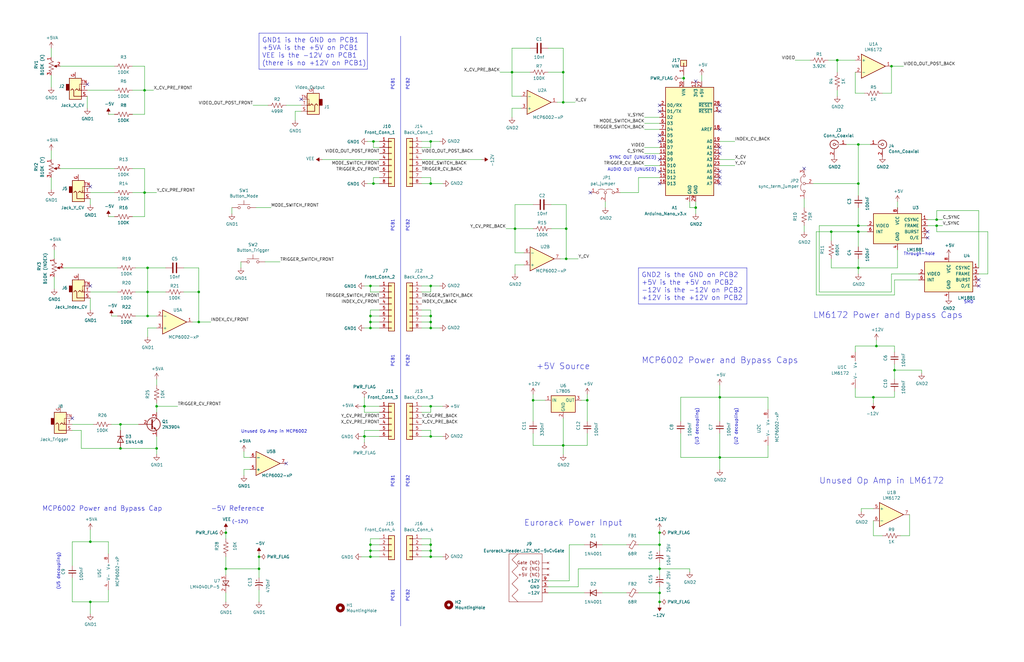
<source format=kicad_sch>
(kicad_sch (version 20230121) (generator eeschema)
  (paper "USLedger")
  (title_block (title "AVML: PCB1 & PCB2") (date "2022-10-22") (rev "v1.3") (company "LLAWN") (comment 1 "LLAWN.com"))
  (junction (at 62.23 133.35))
  (junction (at 181.61 59.69))
  (junction (at 62.23 113.03))
  (junction (at 247.65 168.91))
  (junction (at 361.95 77.47))
  (junction (at 361.95 113.03))
  (junction (at 38.1 228.6))
  (junction (at 368.3 167.64))
  (junction (at 238.76 109.22))
  (junction (at 181.61 234.95))
  (junction (at 50.8 189.23))
  (junction (at 156.21 138.43))
  (junction (at 361.95 95.25))
  (junction (at 181.61 171.45))
  (junction (at 181.61 133.35))
  (junction (at 215.9 30.48))
  (junction (at 157.48 77.47))
  (junction (at 156.21 133.35))
  (junction (at 60.96 38.1))
  (junction (at 278.13 224.79))
  (junction (at 109.22 240.03))
  (junction (at 278.13 250.19))
  (junction (at 156.21 234.95))
  (junction (at 62.23 123.19))
  (junction (at 181.61 138.43))
  (junction (at 278.13 240.03))
  (junction (at 157.48 59.69))
  (junction (at 156.21 135.89))
  (junction (at 156.21 120.65))
  (junction (at 181.61 120.65))
  (junction (at 361.95 60.96))
  (junction (at 237.49 30.48))
  (junction (at 224.79 168.91))
  (junction (at 181.61 77.47))
  (junction (at 95.25 224.79))
  (junction (at 50.8 179.07))
  (junction (at 153.67 184.15))
  (junction (at 38.1 254))
  (junction (at 353.06 25.4))
  (junction (at 361.95 97.79))
  (junction (at 156.21 229.87))
  (junction (at 66.04 189.23))
  (junction (at 238.76 96.52))
  (junction (at 83.82 123.19))
  (junction (at 156.21 232.41))
  (junction (at 217.17 96.52))
  (junction (at 237.49 43.18))
  (junction (at 181.61 184.15))
  (junction (at 303.53 193.04))
  (junction (at 109.22 234.95))
  (junction (at 95.25 240.03))
  (junction (at 278.13 254))
  (junction (at 60.96 81.28))
  (junction (at 181.61 232.41))
  (junction (at 237.49 187.96))
  (junction (at 303.53 167.64))
  (junction (at 66.04 171.45))
  (junction (at 375.92 27.94))
  (junction (at 153.67 171.45))
  (junction (at 394.97 92.71))
  (junction (at 377.19 156.21))
  (junction (at 278.13 229.87))
  (junction (at 181.61 135.89))
  (junction (at 293.37 87.63))
  (junction (at 369.57 146.05))
  (junction (at 394.97 95.25))
  (junction (at 181.61 229.87))
  (junction (at 83.82 135.89))
  (junction (at 350.52 97.79))
  (junction (at 288.29 33.02))
  (no_connect (at 303.53 72.39))
  (no_connect (at 391.16 97.79))
  (no_connect (at 278.13 77.47))
  (no_connect (at 248.92 81.28))
  (no_connect (at 303.53 62.23))
  (no_connect (at 293.37 34.29))
  (no_connect (at 391.16 100.33))
  (no_connect (at 303.53 64.77))
  (no_connect (at 339.09 71.12))
  (no_connect (at 303.53 54.61))
  (no_connect (at 36.83 35.56))
  (no_connect (at 30.48 176.53))
  (no_connect (at 278.13 67.31))
  (no_connect (at 412.75 118.11))
  (no_connect (at 278.13 59.69))
  (no_connect (at 412.75 120.65))
  (no_connect (at 278.13 44.45))
  (no_connect (at 127 41.91))
  (no_connect (at 303.53 46.99))
  (no_connect (at 303.53 44.45))
  (no_connect (at 303.53 77.47))
  (no_connect (at 278.13 57.15))
  (no_connect (at 278.13 72.39))
  (no_connect (at 303.53 74.93))
  (no_connect (at 278.13 46.99))
  (no_connect (at 38.1 78.74))
  (no_connect (at 38.1 120.65))
  (no_connect (at 120.65 195.58))
  (wire (pts (xy 177.8 173.99) (xy 181.61 173.99)))
  (wire (pts (xy 160.02 229.87) (xy 156.21 229.87)))
  (wire (pts (xy 345.44 95.25) (xy 361.95 95.25)))
  (wire (pts (xy 177.8 227.33) (xy 181.61 227.33)))
  (wire (pts (xy 38.1 254) (xy 38.1 259.08)))
  (wire (pts (xy 271.78 52.07) (xy 278.13 52.07)))
  (wire (pts (xy 38.1 223.52) (xy 38.1 228.6)))
  (wire (pts (xy 368.3 170.18) (xy 368.3 167.64)))
  (wire (pts (xy 50.8 189.23) (xy 66.04 189.23)))
  (wire (pts (xy 62.23 123.19) (xy 62.23 133.35)))
  (wire (pts (xy 237.49 43.18) (xy 242.57 43.18)))
  (wire (pts (xy 109.22 240.03) (xy 109.22 243.84)))
  (wire (pts (xy 377.19 156.21) (xy 388.62 156.21)))
  (wire (pts (xy 247.65 166.37) (xy 247.65 168.91)))
  (wire (pts (xy 391.16 92.71) (xy 394.97 92.71)))
  (wire (pts (xy 224.79 187.96) (xy 224.79 182.88)))
  (wire (pts (xy 238.76 86.36) (xy 238.76 96.52)))
  (wire (pts (xy 156.21 123.19) (xy 156.21 120.65)))
  (wire (pts (xy 120.65 44.45) (xy 127 44.45)))
  (wire (pts (xy 38.1 125.73) (xy 38.1 130.81)))
  (wire (pts (xy 309.88 59.69) (xy 303.53 59.69)))
  (wire (pts (xy 48.26 91.44) (xy 45.72 91.44)))
  (wire (pts (xy 160.02 135.89) (xy 156.21 135.89)))
  (wire (pts (xy 219.71 40.64) (xy 215.9 40.64)))
  (wire (pts (xy 372.11 39.37) (xy 375.92 39.37)))
  (wire (pts (xy 361.95 97.79) (xy 361.95 104.14)))
  (wire (pts (xy 223.52 20.32) (xy 215.9 20.32)))
  (wire (pts (xy 83.82 135.89) (xy 83.82 123.19)))
  (wire (pts (xy 237.49 191.77) (xy 237.49 187.96)))
  (wire (pts (xy 240.03 229.87) (xy 246.38 229.87)))
  (wire (pts (xy 247.65 182.88) (xy 247.65 187.96)))
  (wire (pts (xy 181.61 74.93) (xy 181.61 77.47)))
  (wire (pts (xy 369.57 143.51) (xy 369.57 146.05)))
  (wire (pts (xy 278.13 254) (xy 278.13 250.19)))
  (wire (pts (xy 287.02 167.64) (xy 303.53 167.64)))
  (wire (pts (xy 245.11 168.91) (xy 247.65 168.91)))
  (wire (pts (xy 62.23 113.03) (xy 57.15 113.03)))
  (wire (pts (xy 156.21 232.41) (xy 156.21 234.95)))
  (wire (pts (xy 153.67 167.64) (xy 153.67 171.45)))
  (wire (pts (xy 237.49 187.96) (xy 224.79 187.96)))
  (wire (pts (xy 21.59 67.31) (xy 21.59 63.5)))
  (wire (pts (xy 156.21 234.95) (xy 160.02 234.95)))
  (wire (pts (xy 215.9 30.48) (xy 210.82 30.48)))
  (wire (pts (xy 181.61 184.15) (xy 186.69 184.15)))
  (wire (pts (xy 240.03 245.11) (xy 240.03 229.87)))
  (wire (pts (xy 278.13 229.87) (xy 278.13 224.79)))
  (wire (pts (xy 156.21 133.35) (xy 156.21 135.89)))
  (wire (pts (xy 363.22 214.63) (xy 363.22 215.9)))
  (wire (pts (xy 349.25 25.4) (xy 353.06 25.4)))
  (wire (pts (xy 60.96 71.12) (xy 55.88 71.12)))
  (wire (pts (xy 288.29 33.02) (xy 288.29 34.29)))
  (wire (pts (xy 290.83 87.63) (xy 293.37 87.63)))
  (wire (pts (xy 181.61 133.35) (xy 181.61 135.89)))
  (wire (pts (xy 62.23 123.19) (xy 62.23 113.03)))
  (wire (pts (xy 278.13 240.03) (xy 278.13 237.49)))
  (polyline (pts (xy 314.96 113.03) (xy 314.96 128.27)))
  (wire (pts (xy 416.56 115.57) (xy 416.56 97.79)))
  (wire (pts (xy 135.89 67.31) (xy 160.02 67.31)))
  (wire (pts (xy 303.53 69.85) (xy 309.88 69.85)))
  (wire (pts (xy 62.23 133.35) (xy 66.04 133.35)))
  (wire (pts (xy 288.29 31.75) (xy 288.29 33.02)))
  (wire (pts (xy 160.02 227.33) (xy 156.21 227.33)))
  (wire (pts (xy 217.17 86.36) (xy 217.17 96.52)))
  (wire (pts (xy 181.61 232.41) (xy 181.61 234.95)))
  (wire (pts (xy 55.88 48.26) (xy 60.96 48.26)))
  (polyline (pts (xy 269.24 128.27) (xy 269.24 113.03)))
  (wire (pts (xy 49.53 113.03) (xy 26.67 113.03)))
  (wire (pts (xy 377.19 124.46) (xy 344.17 124.46)))
  (wire (pts (xy 237.49 43.18) (xy 237.49 30.48)))
  (wire (pts (xy 45.72 228.6) (xy 38.1 228.6)))
  (wire (pts (xy 177.8 229.87) (xy 181.61 229.87)))
  (wire (pts (xy 109.22 234.95) (xy 109.22 233.68)))
  (wire (pts (xy 152.4 184.15) (xy 153.67 184.15)))
  (wire (pts (xy 344.17 124.46) (xy 344.17 97.79)))
  (wire (pts (xy 153.67 181.61) (xy 153.67 184.15)))
  (wire (pts (xy 271.78 69.85) (xy 278.13 69.85)))
  (wire (pts (xy 57.15 133.35) (xy 62.23 133.35)))
  (wire (pts (xy 66.04 173.99) (xy 66.04 171.45)))
  (wire (pts (xy 255.27 87.63) (xy 255.27 85.09)))
  (wire (pts (xy 287.02 193.04) (xy 303.53 193.04)))
  (wire (pts (xy 238.76 96.52) (xy 232.41 96.52)))
  (wire (pts (xy 375.92 39.37) (xy 375.92 27.94)))
  (wire (pts (xy 177.8 130.81) (xy 181.61 130.81)))
  (wire (pts (xy 394.97 97.79) (xy 394.97 95.25)))
  (wire (pts (xy 377.19 148.59) (xy 377.19 146.05)))
  (wire (pts (xy 271.78 54.61) (xy 278.13 54.61)))
  (wire (pts (xy 97.79 90.17) (xy 97.79 87.63)))
  (wire (pts (xy 368.3 167.64) (xy 360.68 167.64)))
  (wire (pts (xy 375.92 123.19) (xy 345.44 123.19)))
  (wire (pts (xy 111.76 110.49) (xy 118.11 110.49)))
  (wire (pts (xy 95.25 242.57) (xy 95.25 240.03)))
  (wire (pts (xy 153.67 184.15) (xy 160.02 184.15)))
  (wire (pts (xy 48.26 48.26) (xy 45.72 48.26)))
  (wire (pts (xy 231.14 250.19) (xy 246.38 250.19)))
  (wire (pts (xy 342.9 77.47) (xy 361.95 77.47)))
  (wire (pts (xy 83.82 123.19) (xy 77.47 123.19)))
  (wire (pts (xy 181.61 173.99) (xy 181.61 171.45)))
  (wire (pts (xy 278.13 74.93) (xy 269.24 74.93)))
  (wire (pts (xy 66.04 189.23) (xy 66.04 184.15)))
  (wire (pts (xy 375.92 27.94) (xy 381 27.94)))
  (wire (pts (xy 377.19 146.05) (xy 369.57 146.05)))
  (wire (pts (xy 217.17 106.68) (xy 217.17 96.52)))
  (wire (pts (xy 375.92 115.57) (xy 375.92 123.19)))
  (wire (pts (xy 412.75 88.9) (xy 394.97 88.9)))
  (wire (pts (xy 152.4 171.45) (xy 153.67 171.45)))
  (wire (pts (xy 234.95 43.18) (xy 237.49 43.18)))
  (wire (pts (xy 66.04 160.02) (xy 66.04 162.56)))
  (wire (pts (xy 278.13 240.03) (xy 290.83 240.03)))
  (wire (pts (xy 38.1 254) (xy 45.72 254)))
  (wire (pts (xy 36.83 40.64) (xy 36.83 45.72)))
  (wire (pts (xy 156.21 135.89) (xy 156.21 138.43)))
  (wire (pts (xy 66.04 171.45) (xy 74.93 171.45)))
  (wire (pts (xy 412.75 115.57) (xy 416.56 115.57)))
  (wire (pts (xy 360.68 146.05) (xy 360.68 148.59)))
  (wire (pts (xy 278.13 229.87) (xy 269.24 229.87)))
  (wire (pts (xy 60.96 91.44) (xy 60.96 81.28)))
  (wire (pts (xy 278.13 64.77) (xy 271.78 64.77)))
  (wire (pts (xy 156.21 229.87) (xy 156.21 232.41)))
  (wire (pts (xy 101.6 113.03) (xy 101.6 110.49)))
  (wire (pts (xy 154.94 59.69) (xy 157.48 59.69)))
  (wire (pts (xy 353.06 25.4) (xy 353.06 30.48)))
  (wire (pts (xy 377.19 167.64) (xy 368.3 167.64)))
  (wire (pts (xy 55.88 91.44) (xy 60.96 91.44)))
  (wire (pts (xy 153.67 173.99) (xy 160.02 173.99)))
  (wire (pts (xy 293.37 90.17) (xy 293.37 87.63)))
  (wire (pts (xy 215.9 30.48) (xy 215.9 20.32)))
  (wire (pts (xy 254 250.19) (xy 264.16 250.19)))
  (wire (pts (xy 341.63 25.4) (xy 335.28 25.4)))
  (wire (pts (xy 247.65 187.96) (xy 237.49 187.96)))
  (wire (pts (xy 361.95 87.63) (xy 361.95 95.25)))
  (wire (pts (xy 49.53 133.35) (xy 46.99 133.35)))
  (wire (pts (xy 220.98 106.68) (xy 217.17 106.68)))
  (wire (pts (xy 157.48 77.47) (xy 157.48 74.93)))
  (wire (pts (xy 181.61 181.61) (xy 181.61 184.15)))
  (wire (pts (xy 153.67 186.69) (xy 153.67 184.15)))
  (wire (pts (xy 177.8 67.31) (xy 203.2 67.31)))
  (wire (pts (xy 21.59 36.83) (xy 21.59 31.75)))
  (wire (pts (xy 412.75 113.03) (xy 412.75 88.9)))
  (wire (pts (xy 48.26 27.94) (xy 25.4 27.94)))
  (wire (pts (xy 156.21 227.33) (xy 156.21 229.87)))
  (wire (pts (xy 368.3 214.63) (xy 363.22 214.63)))
  (wire (pts (xy 62.23 138.43) (xy 66.04 138.43)))
  (wire (pts (xy 153.67 173.99) (xy 153.67 171.45)))
  (wire (pts (xy 157.48 62.23) (xy 157.48 59.69)))
  (wire (pts (xy 369.57 146.05) (xy 360.68 146.05)))
  (wire (pts (xy 377.19 118.11) (xy 377.19 124.46)))
  (wire (pts (xy 181.61 77.47) (xy 186.69 77.47)))
  (wire (pts (xy 95.25 240.03) (xy 95.25 234.95)))
  (wire (pts (xy 361.95 115.57) (xy 361.95 113.03)))
  (wire (pts (xy 60.96 27.94) (xy 60.96 38.1)))
  (wire (pts (xy 55.88 38.1) (xy 60.96 38.1)))
  (wire (pts (xy 177.8 232.41) (xy 181.61 232.41)))
  (wire (pts (xy 243.84 247.65) (xy 231.14 247.65)))
  (wire (pts (xy 303.53 167.64) (xy 323.85 167.64)))
  (wire (pts (xy 323.85 167.64) (xy 323.85 172.72)))
  (wire (pts (xy 215.9 40.64) (xy 215.9 30.48)))
  (wire (pts (xy 95.25 240.03) (xy 109.22 240.03)))
  (wire (pts (xy 177.8 184.15) (xy 181.61 184.15)))
  (wire (pts (xy 30.48 243.84) (xy 30.48 254)))
  (wire (pts (xy 278.13 232.41) (xy 278.13 229.87)))
  (wire (pts (xy 160.02 138.43) (xy 156.21 138.43)))
  (polyline (pts (xy 314.96 128.27) (xy 269.24 128.27)))
  (wire (pts (xy 107.95 87.63) (xy 114.3 87.63)))
  (wire (pts (xy 181.61 120.65) (xy 185.42 120.65)))
  (wire (pts (xy 157.48 77.47) (xy 160.02 77.47)))
  (wire (pts (xy 303.53 162.56) (xy 303.53 167.64)))
  (wire (pts (xy 243.84 240.03) (xy 243.84 247.65)))
  (wire (pts (xy 217.17 115.57) (xy 217.17 111.76)))
  (wire (pts (xy 38.1 81.28) (xy 48.26 81.28)))
  (wire (pts (xy 177.8 120.65) (xy 181.61 120.65)))
  (wire (pts (xy 387.35 118.11) (xy 377.19 118.11)))
  (wire (pts (xy 237.49 187.96) (xy 237.49 176.53)))
  (wire (pts (xy 278.13 224.79) (xy 278.13 223.52)))
  (wire (pts (xy 383.54 226.06) (xy 379.73 226.06)))
  (wire (pts (xy 391.16 95.25) (xy 394.97 95.25)))
  (wire (pts (xy 152.4 234.95) (xy 156.21 234.95)))
  (wire (pts (xy 48.26 71.12) (xy 25.4 71.12)))
  (wire (pts (xy 378.46 85.09) (xy 378.46 87.63)))
  (wire (pts (xy 106.68 44.45) (xy 113.03 44.45)))
  (wire (pts (xy 181.61 130.81) (xy 181.61 133.35)))
  (wire (pts (xy 45.72 233.68) (xy 45.72 228.6)))
  (polyline (pts (xy 269.24 113.03) (xy 314.96 113.03)))
  (wire (pts (xy 30.48 179.07) (xy 39.37 179.07)))
  (wire (pts (xy 278.13 250.19) (xy 278.13 247.65)))
  (wire (pts (xy 237.49 20.32) (xy 237.49 30.48)))
  (wire (pts (xy 160.02 62.23) (xy 157.48 62.23)))
  (wire (pts (xy 177.8 74.93) (xy 181.61 74.93)))
  (wire (pts (xy 238.76 109.22) (xy 243.84 109.22)))
  (wire (pts (xy 278.13 62.23) (xy 271.78 62.23)))
  (wire (pts (xy 60.96 27.94) (xy 55.88 27.94)))
  (wire (pts (xy 224.79 96.52) (xy 217.17 96.52)))
  (wire (pts (xy 181.61 234.95) (xy 186.69 234.95)))
  (wire (pts (xy 105.41 193.04) (xy 102.87 193.04)))
  (wire (pts (xy 231.14 20.32) (xy 237.49 20.32)))
  (wire (pts (xy 237.49 30.48) (xy 231.14 30.48)))
  (wire (pts (xy 278.13 255.27) (xy 278.13 254)))
  (wire (pts (xy 160.02 123.19) (xy 156.21 123.19)))
  (wire (pts (xy 377.19 165.1) (xy 377.19 167.64)))
  (wire (pts (xy 394.97 88.9) (xy 394.97 92.71)))
  (wire (pts (xy 181.61 135.89) (xy 181.61 138.43)))
  (wire (pts (xy 109.22 240.03) (xy 109.22 234.95)))
  (wire (pts (xy 66.04 191.77) (xy 66.04 189.23)))
  (wire (pts (xy 177.8 181.61) (xy 181.61 181.61)))
  (wire (pts (xy 22.86 121.92) (xy 22.86 116.84)))
  (wire (pts (xy 287.02 33.02) (xy 288.29 33.02)))
  (wire (pts (xy 344.17 97.79) (xy 350.52 97.79)))
  (wire (pts (xy 238.76 109.22) (xy 238.76 96.52)))
  (wire (pts (xy 60.96 38.1) (xy 60.96 48.26)))
  (wire (pts (xy 269.24 81.28) (xy 261.62 81.28)))
  (wire (pts (xy 303.53 193.04) (xy 303.53 198.12)))
  (wire (pts (xy 224.79 86.36) (xy 217.17 86.36)))
  (wire (pts (xy 181.61 229.87) (xy 181.61 232.41)))
  (wire (pts (xy 34.29 181.61) (xy 34.29 189.23)))
  (wire (pts (xy 278.13 240.03) (xy 243.84 240.03)))
  (wire (pts (xy 157.48 59.69) (xy 160.02 59.69)))
  (wire (pts (xy 22.86 109.22) (xy 22.86 105.41)))
  (wire (pts (xy 278.13 49.53) (xy 271.78 49.53)))
  (wire (pts (xy 160.02 133.35) (xy 156.21 133.35)))
  (wire (pts (xy 181.61 62.23) (xy 181.61 59.69)))
  (wire (pts (xy 365.76 95.25) (xy 361.95 95.25)))
  (wire (pts (xy 377.19 153.67) (xy 377.19 156.21)))
  (wire (pts (xy 102.87 193.04) (xy 102.87 190.5)))
  (wire (pts (xy 177.8 135.89) (xy 181.61 135.89)))
  (wire (pts (xy 269.24 74.93) (xy 269.24 81.28)))
  (wire (pts (xy 177.8 138.43) (xy 181.61 138.43)))
  (wire (pts (xy 83.82 135.89) (xy 88.9 135.89)))
  (wire (pts (xy 215.9 45.72) (xy 219.71 45.72)))
  (wire (pts (xy 303.53 182.88) (xy 303.53 193.04)))
  (wire (pts (xy 361.95 82.55) (xy 361.95 77.47)))
  (wire (pts (xy 50.8 181.61) (xy 50.8 179.07)))
  (wire (pts (xy 160.02 120.65) (xy 156.21 120.65)))
  (wire (pts (xy 102.87 198.12) (xy 102.87 200.66)))
  (wire (pts (xy 177.8 133.35) (xy 181.61 133.35)))
  (polyline (pts (xy 109.22 29.21) (xy 109.22 13.97)))
  (wire (pts (xy 95.25 223.52) (xy 95.25 224.79)))
  (wire (pts (xy 160.02 130.81) (xy 156.21 130.81)))
  (wire (pts (xy 360.68 39.37) (xy 364.49 39.37)))
  (wire (pts (xy 416.56 97.79) (xy 394.97 97.79)))
  (wire (pts (xy 83.82 113.03) (xy 83.82 123.19)))
  (wire (pts (xy 368.3 226.06) (xy 372.11 226.06)))
  (wire (pts (xy 66.04 170.18) (xy 66.04 171.45)))
  (wire (pts (xy 287.02 177.8) (xy 287.02 167.64)))
  (wire (pts (xy 223.52 30.48) (xy 215.9 30.48)))
  (wire (pts (xy 181.61 123.19) (xy 181.61 120.65)))
  (wire (pts (xy 177.8 171.45) (xy 181.61 171.45)))
  (wire (pts (xy 77.47 113.03) (xy 83.82 113.03)))
  (wire (pts (xy 181.61 171.45) (xy 186.69 171.45)))
  (wire (pts (xy 60.96 81.28) (xy 66.04 81.28)))
  (wire (pts (xy 345.44 123.19) (xy 345.44 95.25)))
  (wire (pts (xy 177.8 59.69) (xy 181.61 59.69)))
  (wire (pts (xy 224.79 166.37) (xy 224.79 168.91)))
  (wire (pts (xy 361.95 109.22) (xy 361.95 113.03)))
  (wire (pts (xy 181.61 227.33) (xy 181.61 229.87)))
  (wire (pts (xy 177.8 234.95) (xy 181.61 234.95)))
  (wire (pts (xy 109.22 254) (xy 109.22 248.92)))
  (wire (pts (xy 160.02 232.41) (xy 156.21 232.41)))
  (wire (pts (xy 229.87 168.91) (xy 224.79 168.91)))
  (wire (pts (xy 350.52 109.22) (xy 350.52 113.03)))
  (wire (pts (xy 287.02 182.88) (xy 287.02 193.04)))
  (wire (pts (xy 290.83 85.09) (xy 290.83 87.63)))
  (wire (pts (xy 177.8 62.23) (xy 181.61 62.23)))
  (wire (pts (xy 387.35 115.57) (xy 375.92 115.57)))
  (wire (pts (xy 38.1 86.36) (xy 38.1 83.82)))
  (wire (pts (xy 154.94 77.47) (xy 157.48 77.47)))
  (polyline (pts (xy 109.22 13.97) (xy 154.94 13.97)))
  (wire (pts (xy 295.91 34.29) (xy 295.91 31.75)))
  (wire (pts (xy 156.21 130.81) (xy 156.21 133.35)))
  (wire (pts (xy 339.09 83.82) (xy 339.09 87.63)))
  (wire (pts (xy 21.59 24.13) (xy 21.59 20.32)))
  (wire (pts (xy 30.48 238.76) (xy 30.48 228.6)))
  (wire (pts (xy 360.68 163.83) (xy 360.68 167.64)))
  (wire (pts (xy 361.95 60.96) (xy 356.87 60.96)))
  (wire (pts (xy 365.76 97.79) (xy 361.95 97.79)))
  (wire (pts (xy 30.48 254) (xy 38.1 254)))
  (wire (pts (xy 293.37 87.63) (xy 293.37 85.09)))
  (wire (pts (xy 360.68 25.4) (xy 353.06 25.4)))
  (wire (pts (xy 361.95 77.47) (xy 361.95 60.96)))
  (wire (pts (xy 303.53 67.31) (xy 309.88 67.31)))
  (wire (pts (xy 350.52 97.79) (xy 350.52 101.6)))
  (wire (pts (xy 278.13 242.57) (xy 278.13 240.03)))
  (wire (pts (xy 215.9 49.53) (xy 215.9 45.72)))
  (wire (pts (xy 38.1 123.19) (xy 49.53 123.19)))
  (wire (pts (xy 57.15 123.19) (xy 62.23 123.19)))
  (wire (pts (xy 360.68 30.48) (xy 360.68 39.37)))
  (wire (pts (xy 127 46.99) (xy 124.46 46.99)))
  (wire (pts (xy 290.83 240.03) (xy 290.83 241.3)))
  (wire (pts (xy 62.23 142.24) (xy 62.23 138.43)))
  (wire (pts (xy 60.96 71.12) (xy 60.96 81.28)))
  (wire (pts (xy 177.8 77.47) (xy 181.61 77.47)))
  (wire (pts (xy 394.97 95.25) (xy 397.51 95.25)))
  (wire (pts (xy 377.19 156.21) (xy 377.19 160.02)))
  (wire (pts (xy 36.83 38.1) (xy 48.26 38.1)))
  (wire (pts (xy 156.21 120.65) (xy 153.67 120.65)))
  (wire (pts (xy 60.96 38.1) (xy 64.77 38.1)))
  (wire (pts (xy 394.97 92.71) (xy 397.51 92.71)))
  (wire (pts (xy 69.85 123.19) (xy 62.23 123.19)))
  (polyline (pts (xy 168.91 15.24) (xy 168.91 264.16)))
  (wire (pts (xy 368.3 219.71) (xy 368.3 226.06)))
  (wire (pts (xy 156.21 138.43) (xy 153.67 138.43)))
  (wire (pts (xy 124.46 46.99) (xy 124.46 50.8)))
  (wire (pts (xy 30.48 181.61) (xy 34.29 181.61)))
  (wire (pts (xy 236.22 109.22) (xy 238.76 109.22)))
  (wire (pts (xy 81.28 135.89) (xy 83.82 135.89)))
  (wire (pts (xy 224.79 168.91) (xy 224.79 177.8)))
  (wire (pts (xy 181.61 138.43) (xy 185.42 138.43)))
  (wire (pts (xy 232.41 86.36) (xy 238.76 86.36)))
  (wire (pts (xy 34.29 189.23) (xy 50.8 189.23)))
  (wire (pts (xy 45.72 248.92) (xy 45.72 254)))
  (wire (pts (xy 367.03 60.96) (xy 361.95 60.96)))
  (wire (pts (xy 69.85 113.03) (xy 62.23 113.03)))
  (polyline (pts (xy 154.94 13.97) (xy 154.94 29.21)))
  (wire (pts (xy 153.67 181.61) (xy 160.02 181.61)))
  (wire (pts (xy 339.09 95.25) (xy 339.09 97.79)))
  (wire (pts (xy 38.1 228.6) (xy 30.48 228.6)))
  (polyline (pts (xy 154.94 29.21) (xy 109.22 29.21)))
  (wire (pts (xy 95.25 250.19) (xy 95.25 254)))
  (wire (pts (xy 95.25 224.79) (xy 95.25 227.33)))
  (wire (pts (xy 264.16 229.87) (xy 254 229.87)))
  (wire (pts (xy 383.54 217.17) (xy 383.54 226.06)))
  (wire (pts (xy 50.8 179.07) (xy 58.42 179.07)))
  (wire (pts (xy 220.98 111.76) (xy 217.17 111.76)))
  (wire (pts (xy 350.52 113.03) (xy 361.95 113.03)))
  (wire (pts (xy 303.53 177.8) (xy 303.53 167.64)))
  (wire (pts (xy 323.85 187.96) (xy 323.85 193.04)))
  (wire (pts (xy 303.53 193.04) (xy 323.85 193.04)))
  (wire (pts (xy 378.46 113.03) (xy 378.46 105.41)))
  (wire (pts (xy 388.62 156.21) (xy 388.62 157.48)))
  (wire (pts (xy 153.67 171.45) (xy 160.02 171.45)))
  (wire (pts (xy 361.95 97.79) (xy 350.52 97.79)))
  (wire (pts (xy 269.24 250.19) (xy 278.13 250.19)))
  (wire (pts (xy 177.8 123.19) (xy 181.61 123.19)))
  (wire (pts (xy 353.06 40.64) (xy 353.06 38.1)))
  (wire (pts (xy 181.61 59.69) (xy 185.42 59.69)))
  (wire (pts (xy 361.95 113.03) (xy 378.46 113.03)))
  (wire (pts (xy 55.88 81.28) (xy 60.96 81.28)))
  (wire (pts (xy 157.48 74.93) (xy 160.02 74.93)))
  (wire (pts (xy 247.65 168.91) (xy 247.65 177.8)))
  (wire (pts (xy 46.99 179.07) (xy 50.8 179.07)))
  (wire (pts (xy 231.14 245.11) (xy 240.03 245.11)))
  (wire (pts (xy 21.59 80.01) (xy 21.59 74.93)))
  (wire (pts (xy 105.41 198.12) (xy 102.87 198.12)))
  (wire (pts (xy 217.17 96.52) (xy 213.36 96.52)))
  (text "(U3 decoupling)" (at 294.64 187.96 90) (effects (font (size 1.27 1.27)) (justify left bottom)))
  (text "PCB1" (at 166.37 205.74 90) (effects (font (size 1.27 1.27)) (justify left bottom)))
  (text "Unused Op Amp in MCP6002" (at 101.6 182.88 0) (effects (font (size 1.27 1.27)) (justify left bottom)))
  (text "SMD" (at 406.4 128.27 0) (effects (font (size 1.27 1.27)) (justify left bottom)))
  (text "Eurorack Power Input" (at 220.98 222.25 0) (effects (font (size 2.54 2.54)) (justify left bottom)))
  (text "GND2 is the GND on PCB2\n+5V is the +5V on PCB2\n-12V is the -12V on PCB2\n+12V is the +12V on PCB2\n" (at 270.51 127 0) (effects (font (size 2.0066 2.0066)) (justify left bottom)))
  (text "(U5 decoupling)" (at 25.4 248.92 90) (effects (font (size 1.27 1.27)) (justify left bottom)))
  (text "PCB1" (at 166.37 38.1 90) (effects (font (size 1.27 1.27)) (justify left bottom)))
  (text "PCB1" (at 166.37 97.79 90) (effects (font (size 1.27 1.27)) (justify left bottom)))
  (text "MCP6002 Power and Bypass Cap" (at 17.78 215.9 0) (effects (font (size 2.0066 2.0066)) (justify left bottom)))
  (text "PCB1" (at 166.37 254 90) (effects (font (size 1.27 1.27)) (justify left bottom)))
  (text "-5V Reference" (at 88.9 215.9 0) (effects (font (size 2.0066 2.0066)) (justify left bottom)))
  (text "PCB2" (at 172.72 254 90) (effects (font (size 1.27 1.27)) (justify left bottom)))
  (text "MCP6002 Power and Bypass Caps" (at 270.51 153.67 0) (effects (font (size 2.54 2.54)) (justify left bottom)))
  (text "GND1 is the GND on PCB1\n+5VA is the +5V on PCB1\nVEE is the -12V on PCB1\n(there is no +12V on PCB1)" (at 110.49 27.94 0) (effects (font (size 2.0066 2.0066)) (justify left bottom)))
  (text "Unused Op Amp in LM6172" (at 345.44 204.47 0) (effects (font (size 2.54 2.54)) (justify left bottom)))
  (text "PCB2" (at 172.72 97.79 90) (effects (font (size 1.27 1.27)) (justify left bottom)))
  (text "+5V Source" (at 226.06 156.21 0) (effects (font (size 2.54 2.54)) (justify left bottom)))
  (text "AUDIO OUT (UNUSED)" (at 276.86 72.39 0) (effects (font (size 1.27 1.27)) (justify right bottom)))
  (text "PCB2" (at 172.72 154.94 90) (effects (font (size 1.27 1.27)) (justify left bottom)))
  (text "PCB2" (at 172.72 38.1 90) (effects (font (size 1.27 1.27)) (justify left bottom)))
  (text "(-12V)" (at 97.79 220.98 0) (effects (font (size 1.27 1.27)) (justify left bottom)))
  (text "Through-hole" (at 381 107.95 0) (effects (font (size 1.27 1.27)) (justify left bottom)))
  (text "(U2 decoupling)" (at 311.15 187.96 90) (effects (font (size 1.27 1.27)) (justify left bottom)))
  (text "LM6172 Power and Bypass Caps" (at 342.9 134.62 0) (effects (font (size 2.54 2.54)) (justify left bottom)))
  (text "PCB2" (at 172.72 205.74 90) (effects (font (size 1.27 1.27)) (justify left bottom)))
  (text "SYNC OUT (UNUSED)" (at 276.86 67.31 0) (effects (font (size 1.27 1.27)) (justify right bottom)))
  (text "PCB1" (at 166.37 154.94 90) (effects (font (size 1.27 1.27)) (justify left bottom)))
  (label "TRIGGER_SWITCH_FRONT" (at 118.11 110.49 0))
  (label "TRIGGER_SWITCH_BACK" (at 177.8 125.73 0))
  (label "C_SYNC" (at 271.78 64.77 180))
  (label "MODE_SWITCH_FRONT" (at 114.3 87.63 0))
  (label "TRIGGER_SWITCH_BACK" (at 271.78 54.61 180))
  (label "X_CV_PRE_BACK" (at 177.8 179.07 0))
  (label "X_CV_PRE_FRONT" (at 64.77 38.1 0))
  (label "TRIGGER_CV_FRONT" (at 74.93 171.45 0))
  (label "INDEX_CV_FRONT" (at 88.9 135.89 0))
  (label "V_SYNC" (at 271.78 49.53 180))
  (label "VIDEO_OUT_POST_BACK" (at 177.8 64.77 0))
  (label "INDEX_CV_BACK" (at 309.88 59.69 0))
  (label "INDEX_CV_BACK" (at 177.8 128.27 0))
  (label "C_SYNC" (at 397.51 92.71 0))
  (label "X_CV_PRE_BACK" (at 210.82 30.48 180))
  (label "MODE_SWITCH_BACK" (at 177.8 69.85 0))
  (label "TRIGGER_CV_FRONT" (at 160.02 72.39 180))
  (label "INDEX_CV_FRONT" (at 160.02 128.27 180))
  (label "X_CV_PRE_FRONT" (at 160.02 179.07 180))
  (label "Y_CV" (at 309.88 69.85 0))
  (label "VIDEO_OUT_POST_FRONT" (at 106.68 44.45 180))
  (label "MODE_SWITCH_FRONT" (at 160.02 69.85 180))
  (label "TRIGGER_SWITCH_FRONT" (at 160.02 125.73 180))
  (label "VIDEO" (at 335.28 25.4 180))
  (label "TRIGGER_CV_BACK" (at 177.8 72.39 0))
  (label "VIDEO" (at 271.78 62.23 180))
  (label "Y_CV_PRE_FRONT" (at 160.02 176.53 180))
  (label "Y_CV_PRE_BACK" (at 177.8 176.53 0))
  (label "VIDEO_OUT_POST_FRONT" (at 160.02 64.77 180))
  (label "Y_CV_PRE_BACK" (at 213.36 96.52 180))
  (label "Y_CV_PRE_FRONT" (at 66.04 81.28 0))
  (label "V_SYNC" (at 397.51 95.25 0))
  (label "X_CV" (at 242.57 43.18 0))
  (label "MODE_SWITCH_BACK" (at 271.78 52.07 180))
  (label "Y_CV" (at 243.84 109.22 0))
  (label "X_CV" (at 309.88 67.31 0))
  (label "VIDEO_OUT_POST_BACK" (at 381 27.94 0))
  (label "TRIGGER_CV_BACK" (at 271.78 69.85 180))
  (symbol (lib_id "Device:R_US") (at 116.84 44.45 270) (unit 1)
    (property "Reference" "R2" (at 116.84 41.91 90))
    (property "Value" "499R" (at 116.84 46.99 90))
    (property "Footprint" "jwm_kicad_footprints_misc:R_Axial_P7.62mm_Horizontal_LZX" (effects hide))
  )
  (symbol (lib_id "Connector_Audio:AudioJack2_Ground_SwitchT") (at 31.75 38.1 0) (mirror x) (unit 1)
    (property "Reference" "J2" (at 27.2034 36.3982 0) (effects (justify right)))
    (property "Value" "Jack_X_CV" (at 35.56 44.45 0) (effects (justify right)))
    (property "Footprint" "jwm_kicad_footprints_misc:Jack_3.5mm_QingPu_WQP-PJ398SM_Vertical_CircularHoles_With3DModel" (effects hide))
  )
  (symbol (lib_id "Connector_Audio:AudioJack2_Ground_SwitchT") (at 33.02 81.28 0) (mirror x) (unit 1)
    (property "Reference" "J5" (at 28.4734 79.5782 0) (effects (justify right)))
    (property "Value" "Jack_Y_CV" (at 35.56 87.63 0) (effects (justify right)))
    (property "Footprint" "jwm_kicad_footprints_misc:Jack_3.5mm_QingPu_WQP-PJ398SM_Vertical_CircularHoles_With3DModel" (effects hide))
  )
  (symbol (lib_id "Connector_Audio:AudioJack2_Ground_SwitchT") (at 33.02 123.19 0) (mirror x) (unit 1)
    (property "Reference" "J6" (at 28.4734 121.4882 0) (effects (justify right)))
    (property "Value" "Jack_Index_CV" (at 36.83 129.54 0) (effects (justify right)))
    (property "Footprint" "jwm_kicad_footprints_misc:Jack_3.5mm_QingPu_WQP-PJ398SM_Vertical_CircularHoles_With3DModel" (effects hide))
  )
  (symbol (lib_id "Connector_Audio:AudioJack2_Ground_SwitchT") (at 25.4 179.07 0) (mirror x) (unit 1)
    (property "Reference" "J8" (at 25.4 171.45 0))
    (property "Value" "Jack_Trigger" (at 22.86 185.42 0))
    (property "Footprint" "jwm_kicad_footprints_misc:Jack_3.5mm_QingPu_WQP-PJ398SM_Vertical_CircularHoles_With3DModel" (effects hide))
  )
  (symbol (lib_id "Connector_Audio:AudioJack2_Ground_SwitchT") (at 132.08 44.45 180) (unit 1)
    (property "Reference" "J1" (at 136.652 45.085 0) (effects (justify right)))
    (property "Value" "Video_Output" (at 124.46 36.83 0) (effects (justify right)))
    (property "Footprint" "jwm_kicad_footprints_misc:Jack_3.5mm_QingPu_WQP-PJ398SM_Vertical_CircularHoles_With3DModel" (effects hide))
  )
  (symbol (lib_id "Device:R_Potentiometer_US") (at 21.59 27.94 0) (unit 1)
    (property "Reference" "RV1" (at 15.24 25.4 90) (effects (justify right)))
    (property "Value" "B10K (X)" (at 17.78 22.86 90) (effects (justify right)))
    (property "Footprint" "Potentiometer_THT:Potentiometer_Alpha_RD901F-40-00D_Single_Vertical_CircularHoles" (effects hide))
  )
  (symbol (lib_id "Device:R_US") (at 52.07 27.94 270) (unit 1)
    (property "Reference" "R3" (at 52.07 24.13 90))
    (property "Value" "100K" (at 52.07 30.48 90))
    (property "Footprint" "jwm_kicad_footprints_misc:R_Axial_P7.62mm_Horizontal_LZX" (effects hide))
  )
  (symbol (lib_id "Device:R_US") (at 52.07 38.1 270) (unit 1)
    (property "Reference" "R6" (at 52.07 34.29 90))
    (property "Value" "100K" (at 52.07 40.64 90))
    (property "Footprint" "jwm_kicad_footprints_misc:R_Axial_P7.62mm_Horizontal_LZX" (effects hide))
  )
  (symbol (lib_id "Device:R_US") (at 52.07 48.26 270) (unit 1)
    (property "Reference" "R8" (at 52.07 44.45 90))
    (property "Value" "100K" (at 52.07 50.8 90))
    (property "Footprint" "jwm_kicad_footprints_misc:R_Axial_P7.62mm_Horizontal_LZX" (effects hide))
  )
  (symbol (lib_id "power:-5V") (at 45.72 48.26 0) (unit 1)
    (property "Reference" "#PWR0105" (effects hide))
    (property "Value" "-5V" (at 46.101 43.8658 0))
  )
  (symbol (lib_id "Device:R_Potentiometer_US") (at 21.59 71.12 0) (unit 1)
    (property "Reference" "RV2" (at 15.24 68.58 90) (effects (justify right)))
    (property "Value" "B10K (Y)" (at 17.78 66.04 90) (effects (justify right)))
    (property "Footprint" "Potentiometer_THT:Potentiometer_Alpha_RD901F-40-00D_Single_Vertical_CircularHoles" (effects hide))
  )
  (symbol (lib_id "Device:R_US") (at 52.07 71.12 270) (unit 1)
    (property "Reference" "R13" (at 52.07 67.31 90))
    (property "Value" "100K" (at 52.07 73.66 90))
    (property "Footprint" "jwm_kicad_footprints_misc:R_Axial_P7.62mm_Horizontal_LZX" (effects hide))
  )
  (symbol (lib_id "Device:R_US") (at 52.07 81.28 270) (unit 1)
    (property "Reference" "R14" (at 52.07 77.47 90))
    (property "Value" "100K" (at 52.07 83.82 90))
    (property "Footprint" "jwm_kicad_footprints_misc:R_Axial_P7.62mm_Horizontal_LZX" (effects hide))
  )
  (symbol (lib_id "Device:R_US") (at 52.07 91.44 270) (unit 1)
    (property "Reference" "R16" (at 52.07 87.63 90))
    (property "Value" "100K" (at 52.07 93.98 90))
    (property "Footprint" "jwm_kicad_footprints_misc:R_Axial_P7.62mm_Horizontal_LZX" (effects hide))
  )
  (symbol (lib_id "power:-5V") (at 45.72 91.44 0) (unit 1)
    (property "Reference" "#PWR0110" (effects hide))
    (property "Value" "-5V" (at 46.101 87.0458 0))
  )
  (symbol (lib_id "Device:R_Potentiometer_US") (at 22.86 113.03 0) (unit 1)
    (property "Reference" "RV3" (at 16.51 110.49 90) (effects (justify right)))
    (property "Value" "B10K (INDEX)" (at 19.05 106.68 90) (effects (justify right)))
    (property "Footprint" "Potentiometer_THT:Potentiometer_Alpha_RD901F-40-00D_Single_Vertical_CircularHoles" (effects hide))
  )
  (symbol (lib_id "Device:R_US") (at 53.34 113.03 270) (unit 1)
    (property "Reference" "R19" (at 53.34 109.22 90))
    (property "Value" "100K" (at 53.34 115.57 90))
    (property "Footprint" "jwm_kicad_footprints_misc:R_Axial_P7.62mm_Horizontal_LZX" (effects hide))
  )
  (symbol (lib_id "Amplifier_Operational:MCP6002-xP") (at 73.66 135.89 0) (mirror x) (unit 1)
    (property "Reference" "U5" (at 74.93 130.81 0))
    (property "Value" "MCP6002-xP" (at 77.47 142.24 0))
    (property "Footprint" "Package_DIP:DIP-8_W7.62mm" (effects hide))
    (property "Datasheet" "http://ww1.microchip.com/downloads/en/DeviceDoc/21733j.pdf" (effects hide))
  )
  (symbol (lib_id "Device:R_US") (at 53.34 123.19 270) (unit 1)
    (property "Reference" "R20" (at 53.34 119.38 90))
    (property "Value" "100K" (at 53.34 125.73 90))
    (property "Footprint" "jwm_kicad_footprints_misc:R_Axial_P7.62mm_Horizontal_LZX" (effects hide))
  )
  (symbol (lib_id "Device:R_US") (at 53.34 133.35 90) (mirror x) (unit 1)
    (property "Reference" "R22" (at 53.34 129.54 90))
    (property "Value" "100K" (at 53.34 135.89 90))
    (property "Footprint" "jwm_kicad_footprints_misc:R_Axial_P7.62mm_Horizontal_LZX" (effects hide))
  )
  (symbol (lib_id "Device:R_US") (at 73.66 123.19 270) (unit 1)
    (property "Reference" "R21" (at 73.66 120.65 90))
    (property "Value" "100K" (at 73.66 125.73 90))
    (property "Footprint" "jwm_kicad_footprints_misc:R_Axial_P7.62mm_Horizontal_LZX" (effects hide))
  )
  (symbol (lib_id "power:-5V") (at 46.99 133.35 0) (unit 1)
    (property "Reference" "#PWR0115" (effects hide))
    (property "Value" "-5V" (at 47.371 128.9558 0))
  )
  (symbol (lib_id "Device:R_US") (at 43.18 179.07 270) (unit 1)
    (property "Reference" "R26" (at 43.18 175.26 90))
    (property "Value" "100K" (at 43.18 181.61 90))
    (property "Footprint" "jwm_kicad_footprints_misc:R_Axial_P7.62mm_Horizontal_LZX" (effects hide))
  )
  (symbol (lib_id "Device:R_US") (at 66.04 166.37 180) (unit 1)
    (property "Reference" "R25" (at 62.23 166.37 90))
    (property "Value" "10K" (at 68.58 166.37 90))
    (property "Footprint" "jwm_kicad_footprints_misc:R_Axial_P7.62mm_Horizontal_LZX" (effects hide))
  )
  (symbol (lib_id "Transistor_BJT:2N3904") (at 63.5 179.07 0) (unit 1)
    (property "Reference" "Q1" (at 68.326 177.9016 0) (effects (justify left)))
    (property "Value" "2N3904" (at 68.326 180.213 0) (effects (justify left)))
    (property "Footprint" "Package_TO_SOT_THT:TO-92_Inline_Wide" (effects hide))
    (property "Datasheet" "https://www.fairchildsemi.com/datasheets/2N/2N3904.pdf" (effects hide))
  )
  (symbol (lib_id "Amplifier_Operational:MCP6002-xP") (at 113.03 195.58 0) (mirror x) (unit 2)
    (property "Reference" "U5" (at 114.3 190.5 0))
    (property "Value" "MCP6002-xP" (at 116.84 200.66 0))
    (property "Footprint" "Package_DIP:DIP-8_W7.62mm" (effects hide))
    (property "Datasheet" "http://ww1.microchip.com/downloads/en/DeviceDoc/21733j.pdf" (effects hide))
  )
  (symbol (lib_id "Switch:SW_Push") (at 102.87 87.63 0) (unit 1)
    (property "Reference" "SW1" (at 102.87 80.391 0))
    (property "Value" "Button_Mode" (at 102.87 82.7024 0))
    (property "Footprint" "Button_Switch_THT:SW_PUSH_6mm_H7.3mm" (effects hide))
  )
  (symbol (lib_id "Switch:SW_Push") (at 106.68 110.49 0) (unit 1)
    (property "Reference" "SW2" (at 106.68 103.251 0))
    (property "Value" "Button_Trigger" (at 106.68 105.5624 0))
    (property "Footprint" "Button_Switch_THT:SW_PUSH_6mm_H7.3mm" (effects hide))
  )
  (symbol (lib_id "Device:C") (at 73.66 113.03 270) (unit 1)
    (property "Reference" "C5" (at 73.66 109.22 90))
    (property "Value" "10nf" (at 73.66 116.84 90))
    (property "Footprint" "jwm_kicad_footprints_misc:C_Disc_D5.0mm_W2.5mm_P2.50mm_LZX" (effects hide))
  )
  (symbol (lib_id "Device:D") (at 50.8 185.42 270) (unit 1)
    (property "Reference" "D3" (at 52.8066 184.2516 90) (effects (justify left)))
    (property "Value" "1N4148" (at 52.8066 186.563 90) (effects (justify left)))
    (property "Footprint" "jwm_kicad_footprints_misc:D_P7.62mm_Horizontal_LZX" (effects hide))
  )
  (symbol (lib_id "Amplifier_Operational:MCP6002-xP") (at 48.26 241.3 0) (unit 3)
    (property "Reference" "U5" (at 41.91 243.84 90) (effects (justify left)))
    (property "Value" "MCP6002-xP" (at 49.53 247.65 90) (effects (justify left)))
    (property "Footprint" "Package_DIP:DIP-8_W7.62mm" (effects hide))
    (property "Datasheet" "http://ww1.microchip.com/downloads/en/DeviceDoc/21733j.pdf" (effects hide))
  )
  (symbol (lib_id "Device:C_Small") (at 30.48 241.3 0) (unit 1)
    (property "Reference" "C9" (at 26.67 242.57 90) (effects (justify left)))
    (property "Value" "100nF" (at 34.29 245.11 90) (effects (justify left)))
    (property "Footprint" "jwm_kicad_footprints_misc:C_Disc_D5.0mm_W2.5mm_P2.50mm_LZX" (effects hide))
  )
  (symbol (lib_id "Reference_Voltage:LM4040LP-5") (at 95.25 246.38 270) (unit 1)
    (property "Reference" "U7" (at 90.17 245.11 90) (effects (justify left)))
    (property "Value" "LM4040LP-5" (at 80.01 247.65 90) (effects (justify left)))
    (property "Footprint" "Package_TO_SOT_THT:TO-92_Inline_Wide" (effects hide))
    (property "Datasheet" "http://www.ti.com/lit/ds/symlink/lm4040-n.pdf" (effects hide))
  )
  (symbol (lib_id "Device:R_US") (at 95.25 231.14 0) (unit 1)
    (property "Reference" "R28" (at 91.44 232.41 90) (effects (justify left)))
    (property "Value" "10K" (at 99.06 232.41 90) (effects (justify left)))
    (property "Footprint" "jwm_kicad_footprints_misc:R_Axial_P7.62mm_Horizontal_LZX" (effects hide))
  )
  (symbol (lib_id "Device:C_Polarized_Small_US") (at 109.22 246.38 0) (unit 1)
    (property "Reference" "C13" (at 105.41 247.65 90) (effects (justify left)))
    (property "Value" "470nF" (at 113.03 250.19 90) (effects (justify left)))
    (property "Footprint" "jwm_kicad_footprints_misc:C_Disc_D5.0mm_W2.5mm_P2.50mm_LZX" (effects hide))
  )
  (symbol (lib_id "power:-5V") (at 109.22 233.68 0) (unit 1)
    (property "Reference" "#PWR0144" (effects hide))
    (property "Value" "-5V" (at 109.601 229.2858 0))
  )
  (symbol (lib_id "Amplifier_Operational:MCP6002-xP") (at 227.33 43.18 0) (mirror x) (unit 1)
    (property "Reference" "U2" (at 228.6 38.1 0))
    (property "Value" "MCP6002-xP" (at 231.14 49.53 0))
    (property "Footprint" "jwm_kicad_footprints_misc:DIP-8_W7.62mm_MediumOffsetPads" (effects hide))
    (property "Datasheet" "http://ww1.microchip.com/downloads/en/DeviceDoc/21733j.pdf" (effects hide))
  )
  (symbol (lib_id "Amplifier_Operational:MCP6002-xP") (at 228.6 109.22 0) (mirror x) (unit 2)
    (property "Reference" "U2" (at 229.87 104.14 0))
    (property "Value" "MCP6002-xP" (at 232.41 114.3 0))
    (property "Footprint" "jwm_kicad_footprints_misc:DIP-8_W7.62mm_MediumOffsetPads" (effects hide))
    (property "Datasheet" "http://ww1.microchip.com/downloads/en/DeviceDoc/21733j.pdf" (effects hide))
  )
  (symbol (lib_id "Device:R_US") (at 227.33 30.48 270) (unit 1)
    (property "Reference" "R7" (at 227.33 27.94 90))
    (property "Value" "100K" (at 227.33 33.02 90))
    (property "Footprint" "jwm_kicad_footprints_misc:R_Axial_P7.62mm_Horizontal_LZX" (effects hide))
  )
  (symbol (lib_id "Device:R_US") (at 228.6 96.52 270) (unit 1)
    (property "Reference" "R15" (at 228.6 93.98 90))
    (property "Value" "100K" (at 228.6 99.06 90))
    (property "Footprint" "Resistor_THT:R_Axial_DIN0207_L6.3mm_D2.5mm_P2.54mm_Vertical" (effects hide))
  )
  (symbol (lib_id "Amplifier_Operational:LM6172") (at 368.3 27.94 0) (unit 1)
    (property "Reference" "U1" (at 368.3 18.6182 0))
    (property "Value" "LM6172" (at 368.3 20.9296 0))
    (property "Footprint" "jwm_kicad_footprints_misc:DIP-8_W7.62mm_MediumOffsetPads" (effects hide))
    (property "Datasheet" "http://www.ti.com/lit/ds/symlink/lm6172.pdf" (effects hide))
  )
  (symbol (lib_id "Amplifier_Operational:LM6172") (at 375.92 217.17 0) (unit 2)
    (property "Reference" "U1" (at 375.92 207.8482 0))
    (property "Value" "LM6172" (at 375.92 210.1596 0))
    (property "Footprint" "jwm_kicad_footprints_misc:DIP-8_W7.62mm_MediumOffsetPads" (effects hide))
    (property "Datasheet" "http://www.ti.com/lit/ds/symlink/lm6172.pdf" (effects hide))
  )
  (symbol (lib_id "Device:R_US") (at 345.44 25.4 270) (unit 1)
    (property "Reference" "R1" (at 345.44 22.86 90))
    (property "Value" "3.92K" (at 345.44 27.94 90))
    (property "Footprint" "Resistor_THT:R_Axial_DIN0207_L6.3mm_D2.5mm_P2.54mm_Vertical" (effects hide))
  )
  (symbol (lib_id "Device:R_US") (at 368.3 39.37 90) (mirror x) (unit 1)
    (property "Reference" "R5" (at 368.3 36.83 90))
    (property "Value" "1K" (at 368.3 41.91 90))
    (property "Footprint" "Resistor_THT:R_Axial_DIN0207_L6.3mm_D2.5mm_P2.54mm_Vertical" (effects hide))
  )
  (symbol (lib_id "Device:R_US") (at 353.06 34.29 0) (mirror x) (unit 1)
    (property "Reference" "R4" (at 350.52 34.29 90))
    (property "Value" "1K" (at 355.6 34.29 90))
    (property "Footprint" "Resistor_THT:R_Axial_DIN0207_L6.3mm_D2.5mm_P2.54mm_Vertical" (effects hide))
  )
  (symbol (lib_id "Device:C") (at 227.33 20.32 270) (unit 1)
    (property "Reference" "C1" (at 227.33 16.51 90))
    (property "Value" "10nf" (at 227.33 24.13 90))
    (property "Footprint" "jwm_kicad_footprints_misc:C_Disc_D5.0mm_W2.5mm_P2.50mm_LZX" (effects hide))
  )
  (symbol (lib_id "Device:C") (at 228.6 86.36 270) (unit 1)
    (property "Reference" "C2" (at 228.6 82.55 90))
    (property "Value" "10nf" (at 228.6 90.17 90))
    (property "Footprint" "jwm_kicad_footprints_misc:C_Disc_D5.0mm_W2.5mm_P2.50mm_LZX" (effects hide))
  )
  (symbol (lib_id "Device:R_US") (at 375.92 226.06 270) (unit 1)
    (property "Reference" "R9" (at 375.92 223.52 90))
    (property "Value" "1K" (at 375.92 228.6 90))
    (property "Footprint" "Resistor_THT:R_Axial_DIN0207_L6.3mm_D2.5mm_P2.54mm_Vertical" (effects hide))
  )
  (symbol (lib_id "Connector:Conn_Coaxial") (at 351.79 60.96 0) (mirror y) (unit 1)
    (property "Reference" "J3" (at 353.6188 54.9148 0))
    (property "Value" "Conn_Coaxial" (at 353.6188 57.2262 0))
    (property "Footprint" "jwm_kicad_footprints_misc:RCA-Phono_CUI-Devices_RCJ-02X_Vertical" (effects hide))
    (property "Datasheet" " ~" (effects hide))
  )
  (symbol (lib_id "Connector:Conn_Coaxial") (at 372.11 60.96 0) (unit 1)
    (property "Reference" "J4" (at 374.65 61.595 0) (effects (justify left)))
    (property "Value" "Conn_Coaxial" (at 374.65 63.9064 0) (effects (justify left)))
    (property "Footprint" "jwm_kicad_footprints_misc:RCA-Phono_CUI-Devices_RCJ-02X_Vertical" (effects hide))
    (property "Datasheet" " ~" (effects hide))
  )
  (symbol (lib_id "Video:LM1881") (at 378.46 97.79 0) (unit 1)
    (property "Reference" "U3" (at 386.08 87.63 0))
    (property "Value" "LM1881" (at 386.08 105.41 0))
    (property "Footprint" "jwm_kicad_footprints_misc:DIP-8_W7.62mm_MediumOffsetPads" (effects hide))
  )
  (symbol (lib_id "Device:R_US") (at 350.52 105.41 180) (unit 1)
    (property "Reference" "R11" (at 346.71 105.41 90))
    (property "Value" "680K" (at 353.06 105.41 90))
    (property "Footprint" "Resistor_THT:R_Axial_DIN0207_L6.3mm_D2.5mm_P2.54mm_Vertical" (effects hide))
  )
  (symbol (lib_id "Device:R_US") (at 339.09 91.44 180) (unit 1)
    (property "Reference" "R10" (at 335.28 91.44 90))
    (property "Value" "75R" (at 341.63 91.44 90))
    (property "Footprint" "jwm_kicad_footprints_misc:R_Axial_P7.62mm_Horizontal_LZX" (effects hide))
  )
  (symbol (lib_id "power:+5V") (at 378.46 85.09 0) (unit 1)
    (property "Reference" "#PWR0123" (effects hide))
    (property "Value" "+5V" (at 378.841 80.6958 0))
  )
  (symbol (lib_id "Jumper:Jumper_3_Open") (at 339.09 77.47 90) (unit 1)
    (property "Reference" "JP2" (at 336.8802 76.3016 90) (effects (justify left)))
    (property "Value" "sync_term_jumper" (at 336.8802 78.613 90) (effects (justify left)))
    (property "Footprint" "Connector_PinHeader_2.54mm:PinHeader_1x03_P2.54mm_Vertical" (effects hide))
  )
  (symbol (lib_id "Jumper:Jumper_3_Open") (at 255.27 81.28 0) (unit 1)
    (property "Reference" "JP1" (at 254 74.93 0) (effects (justify left)))
    (property "Value" "pal_jumper" (at 248.92 77.47 0) (effects (justify left)))
    (property "Footprint" "Connector_PinHeader_2.54mm:PinHeader_1x03_P2.54mm_Vertical" (effects hide))
  )
  (symbol (lib_id "power:+5V") (at 295.91 31.75 0) (unit 1)
    (property "Reference" "#PWR0133" (effects hide))
    (property "Value" "+5V" (at 296.291 27.3558 0))
  )
  (symbol (lib_id "Amplifier_Operational:MCP6002-xP") (at 326.39 180.34 0) (unit 3)
    (property "Reference" "U2" (at 320.04 182.88 90) (effects (justify left)))
    (property "Value" "MCP6002-xP" (at 327.66 186.69 90) (effects (justify left)))
    (property "Footprint" "jwm_kicad_footprints_misc:DIP-8_W7.62mm_MediumOffsetPads" (effects hide))
    (property "Datasheet" "http://ww1.microchip.com/downloads/en/DeviceDoc/21733j.pdf" (effects hide))
  )
  (symbol (lib_id "power:+5V") (at 303.53 162.56 0) (unit 1)
    (property "Reference" "#PWR0135" (effects hide))
    (property "Value" "+5V" (at 303.911 158.1658 0))
  )
  (symbol (lib_id "Device:C_Small") (at 303.53 180.34 0) (unit 1)
    (property "Reference" "C7" (at 299.72 181.61 90) (effects (justify left)))
    (property "Value" "100nF" (at 307.34 184.15 90) (effects (justify left)))
    (property "Footprint" "jwm_kicad_footprints_misc:C_Disc_D5.0mm_W2.5mm_P2.50mm_LZX" (effects hide))
  )
  (symbol (lib_id "Device:C_Small") (at 287.02 180.34 0) (unit 1)
    (property "Reference" "C8" (at 283.21 181.61 90) (effects (justify left)))
    (property "Value" "100nF" (at 290.83 184.15 90) (effects (justify left)))
    (property "Footprint" "jwm_kicad_footprints_misc:C_Disc_D5.0mm_W2.5mm_P2.50mm_LZX" (effects hide))
  )
  (symbol (lib_id "Amplifier_Operational:LM6172") (at 363.22 156.21 0) (unit 3)
    (property "Reference" "U1" (at 353.06 154.94 0) (effects (justify left)))
    (property "Value" "LM6172" (at 350.52 157.48 0) (effects (justify left)))
    (property "Footprint" "jwm_kicad_footprints_misc:DIP-8_W7.62mm_MediumOffsetPads" (effects hide))
    (property "Datasheet" "http://www.ti.com/lit/ds/symlink/lm6172.pdf" (effects hide))
  )
  (symbol (lib_id "power:-12V") (at 368.3 170.18 180) (unit 1)
    (property "Reference" "#PWR0137" (effects hide))
    (property "Value" "-12V" (at 367.919 174.5742 0))
  )
  (symbol (lib_id "power:+12V") (at 369.57 143.51 0) (unit 1)
    (property "Reference" "#PWR0138" (effects hide))
    (property "Value" "+12V" (at 369.951 139.1158 0))
  )
  (symbol (lib_id "Device:C_Small") (at 377.19 162.56 0) (unit 1)
    (property "Reference" "C10" (at 373.38 163.83 90) (effects (justify left)))
    (property "Value" "100nF" (at 381 166.37 90) (effects (justify left)))
    (property "Footprint" "jwm_kicad_footprints_misc:C_Disc_D5.0mm_W2.5mm_P2.50mm_LZX" (effects hide))
  )
  (symbol (lib_id "Device:C_Small") (at 377.19 151.13 0) (unit 1)
    (property "Reference" "C6" (at 373.38 152.4 90) (effects (justify left)))
    (property "Value" "100nF" (at 381 154.94 90) (effects (justify left)))
    (property "Footprint" "jwm_kicad_footprints_misc:C_Disc_D5.0mm_W2.5mm_P2.50mm_LZX" (effects hide))
  )
  (symbol (lib_id "Diode:1N4001") (at 250.19 250.19 0) (unit 1)
    (property "Reference" "D2" (at 250.19 246.38 0))
    (property "Value" "1N4001" (at 250.19 254 0))
    (property "Footprint" "Diode_THT:D_DO-41_SOD81_P10.16mm_Horizontal" (effects hide))
    (property "Datasheet" "http://www.vishay.com/docs/88503/1n4001.pdf" (effects hide))
  )
  (symbol (lib_id "Diode:1N4001") (at 250.19 229.87 0) (mirror y) (unit 1)
    (property "Reference" "D1" (at 250.19 226.06 0))
    (property "Value" "1N4001" (at 250.19 233.68 0))
    (property "Footprint" "Diode_THT:D_DO-41_SOD81_P10.16mm_Horizontal" (effects hide))
    (property "Datasheet" "http://www.vishay.com/docs/88503/1n4001.pdf" (effects hide))
  )
  (symbol (lib_id "Device:C_Polarized_Small_US") (at 278.13 234.95 0) (unit 1)
    (property "Reference" "C14" (at 274.32 236.22 90) (effects (justify left)))
    (property "Value" "10uF 25V" (at 281.94 238.76 90) (effects (justify left)))
    (property "Footprint" "jwm_kicad_footprints_misc:CP_Radial_D5.0mm_P2.00mm_BiggerPlusSign" (effects hide))
  )
  (symbol (lib_id "Device:C_Polarized_Small_US") (at 278.13 245.11 0) (unit 1)
    (property "Reference" "C15" (at 274.32 246.38 90) (effects (justify left)))
    (property "Value" "10uF 25V" (at 281.94 250.19 90) (effects (justify left)))
    (property "Footprint" "jwm_kicad_footprints_misc:CP_Radial_D5.0mm_P2.00mm_BiggerPlusSign" (effects hide))
  )
  (symbol (lib_id "Device:FerriteBead_Small") (at 266.7 229.87 270) (unit 1)
    (property "Reference" "FB1" (at 266.7 226.06 90))
    (property "Value" "68R" (at 266.7 233.68 90))
    (property "Footprint" "Resistor_THT:R_Axial_DIN0207_L6.3mm_D2.5mm_P10.16mm_Horizontal" (effects hide))
  )
  (symbol (lib_id "Device:FerriteBead_Small") (at 266.7 250.19 270) (unit 1)
    (property "Reference" "FB2" (at 266.7 246.38 90))
    (property "Value" "68R" (at 266.7 254 90))
    (property "Footprint" "Resistor_THT:R_Axial_DIN0207_L6.3mm_D2.5mm_P10.16mm_Horizontal" (effects hide))
  )
  (symbol (lib_id "power:+12V") (at 278.13 223.52 0) (unit 1)
    (property "Reference" "#PWR0152" (effects hide))
    (property "Value" "+12V" (at 278.511 219.1258 0))
  )
  (symbol (lib_id "power:-12V") (at 278.13 255.27 180) (unit 1)
    (property "Reference" "#PWR0154" (effects hide))
    (property "Value" "-12V" (at 277.749 259.6642 0))
  )
  (symbol (lib_id "Regulator_Linear:L7805") (at 237.49 168.91 0) (unit 1)
    (property "Reference" "U6" (at 237.49 162.7632 0))
    (property "Value" "L7805" (at 237.49 165.0746 0))
    (property "Footprint" "Package_TO_SOT_THT:TO-220-3_Horizontal_TabDown" (effects hide))
    (property "Datasheet" "http://www.st.com/content/ccc/resource/technical/document/datasheet/41/4f/b3/b0/12/d4/47/88/CD00000444.pdf/files/CD00000444.pdf/jcr:content/translations/en.CD00000444.pdf" (effects hide))
  )
  (symbol (lib_id "Device:C_Small") (at 224.79 180.34 0) (unit 1)
    (property "Reference" "C11" (at 220.98 181.61 90) (effects (justify left)))
    (property "Value" "330nF" (at 228.6 184.15 90) (effects (justify left)))
    (property "Footprint" "jwm_kicad_footprints_misc:C_Disc_D5.0mm_W2.5mm_P2.50mm_LZX" (effects hide))
  )
  (symbol (lib_id "Device:C_Small") (at 247.65 180.34 0) (unit 1)
    (property "Reference" "C12" (at 243.84 181.61 90) (effects (justify left)))
    (property "Value" "100nF" (at 251.46 184.15 90) (effects (justify left)))
    (property "Footprint" "jwm_kicad_footprints_misc:C_Disc_D5.0mm_W2.5mm_P2.50mm_LZX" (effects hide))
  )
  (symbol (lib_id "power:+12V") (at 224.79 166.37 0) (unit 1)
    (property "Reference" "#PWR0156" (effects hide))
    (property "Value" "+12V" (at 225.171 161.9758 0))
  )
  (symbol (lib_id "power:+5V") (at 247.65 166.37 0) (unit 1)
    (property "Reference" "#PWR0157" (effects hide))
    (property "Value" "+5V" (at 248.031 161.9758 0))
  )
  (symbol (lib_id "Device:C_Small") (at 361.95 85.09 0) (unit 1)
    (property "Reference" "C3" (at 358.14 86.36 90) (effects (justify left)))
    (property "Value" "100nF" (at 365.76 88.9 90) (effects (justify left)))
    (property "Footprint" "jwm_kicad_footprints_misc:C_Disc_D5.0mm_W2.5mm_P2.50mm_LZX" (effects hide))
  )
  (symbol (lib_id "Device:C_Small") (at 361.95 106.68 0) (unit 1)
    (property "Reference" "C4" (at 358.14 107.95 90) (effects (justify left)))
    (property "Value" "100nF" (at 365.76 110.49 90) (effects (justify left)))
    (property "Footprint" "jwm_kicad_footprints_misc:C_Disc_D5.0mm_W2.5mm_P2.50mm_LZX" (effects hide))
  )
  (symbol (lib_id "MCU_Module:Arduino_Nano_v3.x") (at 290.83 59.69 0) (unit 1)
    (property "Reference" "A1" (at 284.48 87.63 0))
    (property "Value" "Arduino_Nano_v3.x" (at 280.67 90.17 0))
    (property "Footprint" "jwm_kicad_footprints_misc:Arduino_Nano_WithMFHeadersAnd3DModel" (effects hide))
    (property "Datasheet" "http://www.mouser.com/pdfdocs/Gravitech_Arduino_Nano3_0.pdf" (effects hide))
  )
  (symbol (lib_id "power:GND1") (at 154.94 59.69 270) (unit 1)
    (property "Reference" "#PWR0101" (effects hide))
    (property "Value" "GND1" (at 151.6888 59.817 90) (effects (justify right)))
  )
  (symbol (lib_id "Connector_Generic:Conn_01x01") (at 288.29 26.67 90) (unit 1)
    (property "Reference" "J17" (at 283.21 25.4 90) (effects (justify right)))
    (property "Value" "VIN" (at 283.21 27.94 90) (effects (justify right)))
    (property "Footprint" "Connector_Wire:SolderWire-0.5sqmm_1x01_D0.9mm_OD2.1mm" (effects hide))
  )
  (symbol (lib_id "Mechanical:MountingHole") (at 143.51 256.54 0) (unit 1)
    (property "Reference" "H1" (at 146.05 255.3716 0) (effects (justify left)))
    (property "Value" "MountingHole" (at 146.05 257.683 0) (effects (justify left)))
    (property "Footprint" "MountingHole:MountingHole_3.2mm_M3" (effects hide))
  )
  (symbol (lib_id "Mechanical:MountingHole") (at 189.23 255.27 0) (unit 1)
    (property "Reference" "H2" (at 191.77 254.1016 0) (effects (justify left)))
    (property "Value" "MountingHole" (at 191.77 256.413 0) (effects (justify left)))
    (property "Footprint" "MountingHole:MountingHole_3.2mm_M3" (effects hide))
  )
  (symbol (lib_id "power:GND1") (at 154.94 77.47 270) (unit 1)
    (property "Reference" "#PWR0102" (effects hide))
    (property "Value" "GND1" (at 151.6888 77.597 90) (effects (justify right)))
  )
  (symbol (lib_id "power:VEE") (at 135.89 67.31 90) (unit 1)
    (property "Reference" "#PWR0103" (effects hide))
    (property "Value" "VEE" (at 132.6642 66.929 90) (effects (justify left)))
  )
  (symbol (lib_id "power:VEE") (at 95.25 223.52 0) (unit 1)
    (property "Reference" "#PWR0104" (effects hide))
    (property "Value" "VEE" (at 95.631 219.1258 0))
  )
  (symbol (lib_id "power:GND1") (at 62.23 142.24 0) (unit 1)
    (property "Reference" "#PWR0106" (effects hide))
    (property "Value" "GND1" (at 62.357 146.6342 0))
  )
  (symbol (lib_id "power:GND1") (at 38.1 130.81 0) (unit 1)
    (property "Reference" "#PWR0107" (effects hide))
    (property "Value" "GND1" (at 38.227 135.2042 0))
  )
  (symbol (lib_id "power:GND1") (at 102.87 200.66 0) (unit 1)
    (property "Reference" "#PWR0108" (effects hide))
    (property "Value" "GND1" (at 102.997 205.0542 0))
  )
  (symbol (lib_id "power:GND1") (at 22.86 121.92 0) (unit 1)
    (property "Reference" "#PWR0109" (effects hide))
    (property "Value" "GND1" (at 22.987 126.3142 0))
  )
  (symbol (lib_id "power:GND1") (at 38.1 259.08 0) (unit 1)
    (property "Reference" "#PWR0111" (effects hide))
    (property "Value" "GND1" (at 38.227 263.4742 0))
  )
  (symbol (lib_id "power:GND1") (at 95.25 254 0) (unit 1)
    (property "Reference" "#PWR0112" (effects hide))
    (property "Value" "GND1" (at 95.377 258.3942 0))
  )
  (symbol (lib_id "power:GND1") (at 109.22 254 0) (unit 1)
    (property "Reference" "#PWR0113" (effects hide))
    (property "Value" "GND1" (at 109.347 258.3942 0))
  )
  (symbol (lib_id "power:GND1") (at 124.46 50.8 0) (unit 1)
    (property "Reference" "#PWR0116" (effects hide))
    (property "Value" "GND1" (at 124.587 55.1942 0))
  )
  (symbol (lib_id "power:GND1") (at 66.04 191.77 0) (unit 1)
    (property "Reference" "#PWR0117" (effects hide))
    (property "Value" "GND1" (at 66.167 196.1642 0))
  )
  (symbol (lib_id "power:GND1") (at 153.67 120.65 270) (unit 1)
    (property "Reference" "#PWR0118" (effects hide))
    (property "Value" "GND1" (at 150.4188 120.777 90) (effects (justify right)))
  )
  (symbol (lib_id "power:GND1") (at 153.67 138.43 270) (unit 1)
    (property "Reference" "#PWR0119" (effects hide))
    (property "Value" "GND1" (at 150.4188 138.557 90) (effects (justify right)))
  )
  (symbol (lib_id "power:GND1") (at 152.4 184.15 270) (unit 1)
    (property "Reference" "#PWR0120" (effects hide))
    (property "Value" "GND1" (at 149.1488 184.277 90) (effects (justify right)))
  )
  (symbol (lib_id "Video:LM1881") (at 400.05 118.11 0) (unit 1)
    (property "Reference" "U4" (at 407.67 107.95 0))
    (property "Value" "LM1881" (at 407.67 125.73 0))
    (property "Footprint" "jwm_kicad_footprints_misc:SOIC-8_3.9x4.9mm_P1.27mm_LongPads" (effects hide))
  )
  (symbol (lib_id "power:GND1") (at 152.4 234.95 270) (unit 1)
    (property "Reference" "#PWR0121" (effects hide))
    (property "Value" "GND1" (at 149.1488 235.077 90) (effects (justify right)))
  )
  (symbol (lib_id "power:GND1") (at 97.79 90.17 0) (unit 1)
    (property "Reference" "#PWR0122" (effects hide))
    (property "Value" "GND1" (at 97.917 94.5642 0))
  )
  (symbol (lib_id "power:GND1") (at 101.6 113.03 0) (unit 1)
    (property "Reference" "#PWR0124" (effects hide))
    (property "Value" "GND1" (at 101.727 117.4242 0))
  )
  (symbol (lib_id "power:GND2") (at 400.05 125.73 0) (unit 1)
    (property "Reference" "#PWR02" (effects hide))
    (property "Value" "GND2" (at 400.177 130.1242 0))
  )
  (symbol (lib_id "power:+5V") (at 400.05 107.95 0) (unit 1)
    (property "Reference" "#PWR01" (effects hide))
    (property "Value" "+5V" (at 400.431 103.5558 0))
  )
  (symbol (lib_id "power:GND1") (at 21.59 80.01 0) (unit 1)
    (property "Reference" "#PWR0125" (effects hide))
    (property "Value" "GND1" (at 21.717 84.4042 0))
  )
  (symbol (lib_id "power:GND1") (at 38.1 86.36 0) (unit 1)
    (property "Reference" "#PWR0126" (effects hide))
    (property "Value" "GND1" (at 38.227 90.7542 0))
  )
  (symbol (lib_id "power:GND1") (at 36.83 45.72 0) (unit 1)
    (property "Reference" "#PWR0127" (effects hide))
    (property "Value" "GND1" (at 36.957 50.1142 0))
  )
  (symbol (lib_id "power:GND1") (at 21.59 36.83 0) (unit 1)
    (property "Reference" "#PWR0128" (effects hide))
    (property "Value" "GND1" (at 21.717 41.2242 0))
  )
  (symbol (lib_id "power:+5VA") (at 152.4 171.45 90) (unit 1)
    (property "Reference" "#PWR0129" (effects hide))
    (property "Value" "+5VA" (at 149.1742 171.069 90) (effects (justify left)))
  )
  (symbol (lib_id "power:+5VA") (at 38.1 223.52 0) (unit 1)
    (property "Reference" "#PWR0130" (effects hide))
    (property "Value" "+5VA" (at 38.481 219.1258 0))
  )
  (symbol (lib_id "power:+5VA") (at 102.87 190.5 0) (unit 1)
    (property "Reference" "#PWR0131" (effects hide))
    (property "Value" "+5VA" (at 103.251 186.1058 0))
  )
  (symbol (lib_id "power:+5VA") (at 22.86 105.41 0) (unit 1)
    (property "Reference" "#PWR0132" (effects hide))
    (property "Value" "+5VA" (at 23.241 101.0158 0))
  )
  (symbol (lib_id "power:+5VA") (at 21.59 20.32 0) (unit 1)
    (property "Reference" "#PWR0134" (effects hide))
    (property "Value" "+5VA" (at 21.971 15.9258 0))
  )
  (symbol (lib_id "power:+5VA") (at 21.59 63.5 0) (unit 1)
    (property "Reference" "#PWR0136" (effects hide))
    (property "Value" "+5VA" (at 21.971 59.1058 0))
  )
  (symbol (lib_id "power:+5VA") (at 66.04 160.02 0) (unit 1)
    (property "Reference" "#PWR0139" (effects hide))
    (property "Value" "+5VA" (at 66.421 155.6258 0))
  )
  (symbol (lib_id "power:GND2") (at 186.69 234.95 90) (unit 1)
    (property "Reference" "#PWR0140" (effects hide))
    (property "Value" "GND2" (at 189.9412 234.823 90) (effects (justify right)))
  )
  (symbol (lib_id "power:GND2") (at 186.69 184.15 90) (unit 1)
    (property "Reference" "#PWR0141" (effects hide))
    (property "Value" "GND2" (at 189.9412 184.023 90) (effects (justify right)))
  )
  (symbol (lib_id "power:GND2") (at 185.42 138.43 90) (unit 1)
    (property "Reference" "#PWR0142" (effects hide))
    (property "Value" "GND2" (at 188.6712 138.303 90) (effects (justify right)))
  )
  (symbol (lib_id "power:GND2") (at 185.42 120.65 90) (unit 1)
    (property "Reference" "#PWR0143" (effects hide))
    (property "Value" "GND2" (at 188.6712 120.523 90) (effects (justify right)))
  )
  (symbol (lib_id "power:GND2") (at 186.69 77.47 90) (unit 1)
    (property "Reference" "#PWR0145" (effects hide))
    (property "Value" "GND2" (at 189.9412 77.343 90) (effects (justify right)))
  )
  (symbol (lib_id "power:GND2") (at 185.42 59.69 90) (unit 1)
    (property "Reference" "#PWR0146" (effects hide))
    (property "Value" "GND2" (at 188.6712 59.563 90) (effects (justify right)))
  )
  (symbol (lib_id "power:+5V") (at 186.69 171.45 270) (unit 1)
    (property "Reference" "#PWR0147" (effects hide))
    (property "Value" "+5V" (at 191.77 171.45 90))
  )
  (symbol (lib_id "power:GND2") (at 353.06 40.64 0) (unit 1)
    (property "Reference" "#PWR0148" (effects hide))
    (property "Value" "GND2" (at 353.187 45.0342 0))
  )
  (symbol (lib_id "power:GND2") (at 293.37 90.17 0) (unit 1)
    (property "Reference" "#PWR0149" (effects hide))
    (property "Value" "GND2" (at 293.497 94.5642 0))
  )
  (symbol (lib_id "power:GND2") (at 372.11 66.04 0) (unit 1)
    (property "Reference" "#PWR0150" (effects hide))
    (property "Value" "GND2" (at 372.237 70.4342 0))
  )
  (symbol (lib_id "power:GND2") (at 351.79 66.04 0) (unit 1)
    (property "Reference" "#PWR0151" (effects hide))
    (property "Value" "GND2" (at 351.917 70.4342 0))
  )
  (symbol (lib_id "power:GND2") (at 339.09 97.79 0) (unit 1)
    (property "Reference" "#PWR0153" (effects hide))
    (property "Value" "GND2" (at 339.217 102.1842 0))
  )
  (symbol (lib_id "power:GND2") (at 361.95 115.57 0) (unit 1)
    (property "Reference" "#PWR0155" (effects hide))
    (property "Value" "GND2" (at 362.077 119.9642 0))
  )
  (symbol (lib_id "power:GND2") (at 303.53 198.12 0) (unit 1)
    (property "Reference" "#PWR0158" (effects hide))
    (property "Value" "GND2" (at 303.657 202.5142 0))
  )
  (symbol (lib_id "power:GND2") (at 237.49 191.77 0) (unit 1)
    (property "Reference" "#PWR0159" (effects hide))
    (property "Value" "GND2" (at 237.617 196.1642 0))
  )
  (symbol (lib_id "power:GND2") (at 217.17 115.57 0) (unit 1)
    (property "Reference" "#PWR0160" (effects hide))
    (property "Value" "GND2" (at 217.297 119.9642 0))
  )
  (symbol (lib_id "power:GND2") (at 215.9 49.53 0) (unit 1)
    (property "Reference" "#PWR0161" (effects hide))
    (property "Value" "GND2" (at 216.027 53.9242 0))
  )
  (symbol (lib_id "power:GND2") (at 255.27 87.63 0) (unit 1)
    (property "Reference" "#PWR0162" (effects hide))
    (property "Value" "GND2" (at 255.397 92.0242 0))
  )
  (symbol (lib_id "power:GND2") (at 388.62 157.48 0) (unit 1)
    (property "Reference" "#PWR0163" (effects hide))
    (property "Value" "GND2" (at 388.747 161.8742 0))
  )
  (symbol (lib_id "power:GND2") (at 290.83 241.3 0) (unit 1)
    (property "Reference" "#PWR0164" (effects hide))
    (property "Value" "GND2" (at 290.957 245.6942 0))
  )
  (symbol (lib_id "power:GND2") (at 363.22 215.9 0) (unit 1)
    (property "Reference" "#PWR0165" (effects hide))
    (property "Value" "GND2" (at 363.347 220.2942 0))
  )
  (symbol (lib_id "Connector_Generic:Conn_01x08") (at 165.1 67.31 0) (unit 1)
    (property "Reference" "J10" (at 161.29 53.34 0) (effects (justify left)))
    (property "Value" "Front_Conn_1" (at 153.67 55.88 0) (effects (justify left)))
    (property "Footprint" "Connector_PinHeader_2.54mm:PinHeader_1x08_P2.54mm_Vertical" (effects hide))
  )
  (symbol (lib_id "Connector_Generic:Conn_01x08") (at 172.72 67.31 0) (mirror y) (unit 1)
    (property "Reference" "J14" (at 176.53 53.34 0))
    (property "Value" "Back_Conn_1" (at 176.53 55.88 0))
    (property "Footprint" "Connector_PinSocket_2.54mm:PinSocket_1x08_P2.54mm_Vertical" (effects hide))
  )
  (symbol (lib_id "Connector_Generic:Conn_01x08") (at 165.1 128.27 0) (unit 1)
    (property "Reference" "J7" (at 161.29 114.3 0) (effects (justify left)))
    (property "Value" "Front_Conn_2" (at 153.67 116.84 0) (effects (justify left)))
    (property "Footprint" "Connector_PinHeader_2.54mm:PinHeader_1x08_P2.54mm_Vertical" (effects hide))
  )
  (symbol (lib_id "Connector_Generic:Conn_01x08") (at 172.72 128.27 0) (mirror y) (unit 1)
    (property "Reference" "J12" (at 176.53 114.3 0))
    (property "Value" "Back_Conn_2" (at 176.53 116.84 0))
    (property "Footprint" "Connector_PinSocket_2.54mm:PinSocket_1x08_P2.54mm_Vertical" (effects hide))
  )
  (symbol (lib_id "Connector_Generic:Conn_01x06") (at 165.1 176.53 0) (unit 1)
    (property "Reference" "J11" (at 162.56 165.1 0) (effects (justify left)))
    (property "Value" "Front_Conn_3" (at 154.94 167.64 0) (effects (justify left)))
    (property "Footprint" "Connector_PinHeader_2.54mm:PinHeader_1x06_P2.54mm_Vertical" (effects hide))
  )
  (symbol (lib_id "Connector_Generic:Conn_01x04") (at 165.1 229.87 0) (unit 1)
    (property "Reference" "J15" (at 162.56 220.98 0) (effects (justify left)))
    (property "Value" "Front_Conn_4" (at 153.67 223.52 0) (effects (justify left)))
    (property "Footprint" "Connector_PinHeader_2.54mm:PinHeader_1x04_P2.54mm_Vertical" (effects hide))
  )
  (symbol (lib_id "Connector_Generic:Conn_01x04") (at 172.72 229.87 0) (mirror y) (unit 1)
    (property "Reference" "J16" (at 176.53 220.98 0))
    (property "Value" "Back_Conn_4" (at 176.53 223.52 0))
    (property "Footprint" "Connector_PinSocket_2.54mm:PinSocket_1x04_P2.54mm_Vertical" (effects hide))
  )
  (symbol (lib_id "Connector_Generic:Conn_01x06") (at 172.72 176.53 0) (mirror y) (unit 1)
    (property "Reference" "J13" (at 176.53 165.1 0))
    (property "Value" "Back_Conn_3" (at 176.53 167.64 0))
    (property "Footprint" "Connector_PinSocket_2.54mm:PinSocket_1x06_P2.54mm_Vertical" (effects hide))
  )
  (symbol (lib_id "power:PWR_FLAG") (at 278.13 224.79 270) (unit 1)
    (property "Reference" "#FLG0101" (effects hide))
    (property "Value" "PWR_FLAG" (at 281.3812 224.79 90) (effects (justify left)))
  )
  (symbol (lib_id "power:PWR_FLAG") (at 278.13 254 270) (unit 1)
    (property "Reference" "#FLG0102" (effects hide))
    (property "Value" "PWR_FLAG" (at 281.3812 254 90) (effects (justify left)))
  )
  (symbol (lib_id "power:PWR_FLAG") (at 287.02 33.02 90) (unit 1)
    (property "Reference" "#FLG0103" (effects hide))
    (property "Value" "PWR_FLAG" (at 283.7942 33.02 90) (effects (justify left)))
  )
  (symbol (lib_id "power:PWR_FLAG") (at 109.22 234.95 270) (unit 1)
    (property "Reference" "#FLG0104" (effects hide))
    (property "Value" "PWR_FLAG" (at 112.4712 234.95 90) (effects (justify left)))
  )
  (symbol (lib_id "power:PWR_FLAG") (at 95.25 224.79 90) (unit 1)
    (property "Reference" "#FLG0106" (effects hide))
    (property "Value" "PWR_FLAG" (at 92.0242 224.79 90) (effects (justify left)))
  )
  (symbol (lib_id "power:PWR_FLAG") (at 153.67 167.64 0) (unit 1)
    (property "Reference" "#FLG0107" (effects hide))
    (property "Value" "PWR_FLAG" (at 153.67 163.2458 0))
  )
  (symbol (lib_id "power:PWR_FLAG") (at 153.67 186.69 180) (unit 1)
    (property "Reference" "#FLG0108" (effects hide))
    (property "Value" "PWR_FLAG" (at 153.67 191.0842 0))
  )
  (symbol (lib_id "power:-12V") (at 203.2 67.31 270) (unit 1)
    (property "Reference" "#PWR0166" (effects hide))
    (property "Value" "-12V" (at 207.5942 67.691 0))
  )
  (symbol (lib_id "jwm_kicad_symbols_misc:Eurorack_Header_LZX_NC-5vCvGate") (at 222.25 242.57 0) (unit 1)
    (property "Reference" "J9" (at 223.0882 229.489 0))
    (property "Value" "Eurorack_Header_LZX_NC-5vCvGate" (at 220.98 232.41 0))
    (property "Footprint" "jwm_kicad_footprints_misc:IDC-Header_2x08_P2.54mm_Vertical_EurorackPower" (effects hide))
  )
)
</source>
